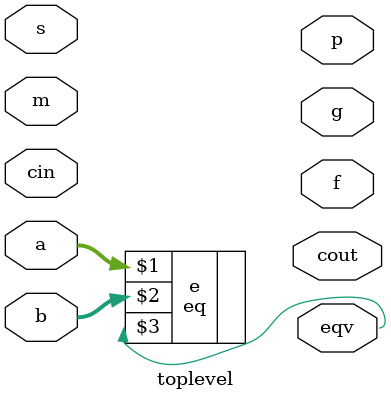
<source format=v>
`timescale 10ms / 1ms

`include "adder.v"
`include "and4.v"
`include "compliment.v"
`include "decrement.v"
`include "eq.v"
`include "increment.v"
`include "or4.v"
`include "xor4.v"

module toplevel(a,b,cin, s,m, f, cout, eqv, g,p);

input [3:0] a,b,s;
input cin;
input m;

output [3:0] f , g , p;
output cout, eqv;   	

wire x1, x2, x3, x4, x5;

eq e(a,b,eqv);





endmodule

</source>
